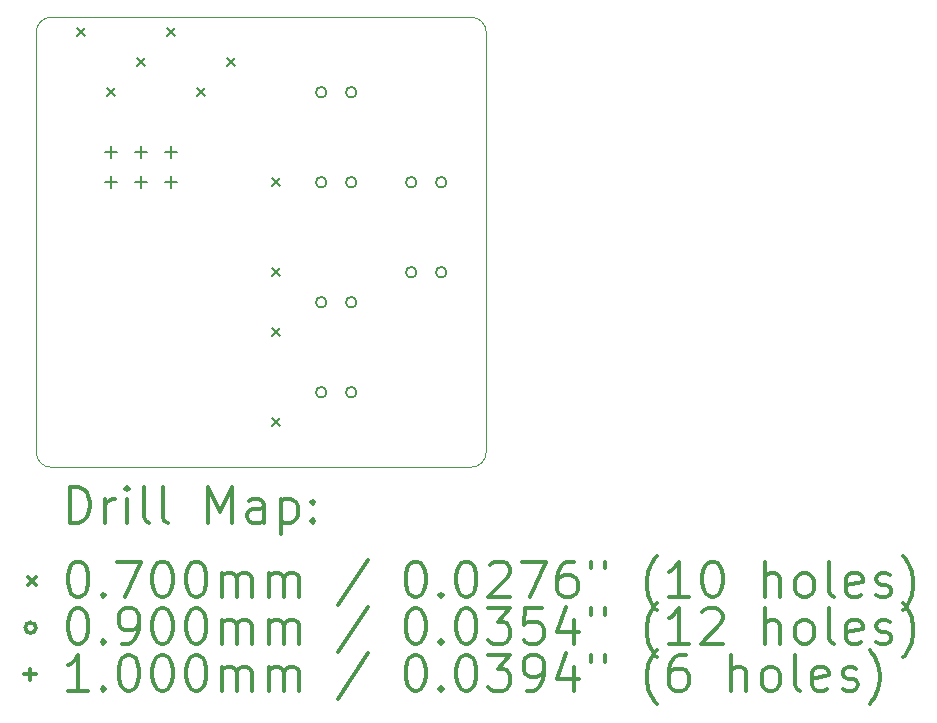
<source format=gbr>
%FSLAX45Y45*%
G04 Gerber Fmt 4.5, Leading zero omitted, Abs format (unit mm)*
G04 Created by KiCad (PCBNEW 5.1.10) date 2021-05-04 22:48:03*
%MOMM*%
%LPD*%
G01*
G04 APERTURE LIST*
%TA.AperFunction,Profile*%
%ADD10C,0.050000*%
%TD*%
%ADD11C,0.200000*%
%ADD12C,0.300000*%
G04 APERTURE END LIST*
D10*
X6350000Y-6223000D02*
G75*
G02*
X6223000Y-6350000I-127000J0D01*
G01*
X2667000Y-6350000D02*
G75*
G02*
X2540000Y-6223000I0J127000D01*
G01*
X2540000Y-2667000D02*
G75*
G02*
X2667000Y-2540000I127000J0D01*
G01*
X6350000Y-2667000D02*
X6350000Y-6223000D01*
X6223000Y-6350000D02*
X2667000Y-6350000D01*
X6223000Y-2540000D02*
G75*
G02*
X6350000Y-2667000I0J-127000D01*
G01*
X2540000Y-6223000D02*
X2540000Y-2667000D01*
X2667000Y-2540000D02*
X6223000Y-2540000D01*
D11*
X2886000Y-2632000D02*
X2956000Y-2702000D01*
X2956000Y-2632000D02*
X2886000Y-2702000D01*
X3140000Y-3140000D02*
X3210000Y-3210000D01*
X3210000Y-3140000D02*
X3140000Y-3210000D01*
X3394000Y-2886000D02*
X3464000Y-2956000D01*
X3464000Y-2886000D02*
X3394000Y-2956000D01*
X3648000Y-2632000D02*
X3718000Y-2702000D01*
X3718000Y-2632000D02*
X3648000Y-2702000D01*
X3902000Y-3140000D02*
X3972000Y-3210000D01*
X3972000Y-3140000D02*
X3902000Y-3210000D01*
X4156000Y-2886000D02*
X4226000Y-2956000D01*
X4226000Y-2886000D02*
X4156000Y-2956000D01*
X4537000Y-3902000D02*
X4607000Y-3972000D01*
X4607000Y-3902000D02*
X4537000Y-3972000D01*
X4537000Y-4664000D02*
X4607000Y-4734000D01*
X4607000Y-4664000D02*
X4537000Y-4734000D01*
X4537000Y-5172000D02*
X4607000Y-5242000D01*
X4607000Y-5172000D02*
X4537000Y-5242000D01*
X4537000Y-5934000D02*
X4607000Y-6004000D01*
X4607000Y-5934000D02*
X4537000Y-6004000D01*
X4998000Y-3175000D02*
G75*
G03*
X4998000Y-3175000I-45000J0D01*
G01*
X4998000Y-3937000D02*
G75*
G03*
X4998000Y-3937000I-45000J0D01*
G01*
X4998000Y-4953000D02*
G75*
G03*
X4998000Y-4953000I-45000J0D01*
G01*
X4998000Y-5715000D02*
G75*
G03*
X4998000Y-5715000I-45000J0D01*
G01*
X5252000Y-3175000D02*
G75*
G03*
X5252000Y-3175000I-45000J0D01*
G01*
X5252000Y-3937000D02*
G75*
G03*
X5252000Y-3937000I-45000J0D01*
G01*
X5252000Y-4953000D02*
G75*
G03*
X5252000Y-4953000I-45000J0D01*
G01*
X5252000Y-5715000D02*
G75*
G03*
X5252000Y-5715000I-45000J0D01*
G01*
X5760000Y-3937000D02*
G75*
G03*
X5760000Y-3937000I-45000J0D01*
G01*
X5760000Y-4699000D02*
G75*
G03*
X5760000Y-4699000I-45000J0D01*
G01*
X6014000Y-3937000D02*
G75*
G03*
X6014000Y-3937000I-45000J0D01*
G01*
X6014000Y-4699000D02*
G75*
G03*
X6014000Y-4699000I-45000J0D01*
G01*
X3175000Y-3633000D02*
X3175000Y-3733000D01*
X3125000Y-3683000D02*
X3225000Y-3683000D01*
X3175000Y-3887000D02*
X3175000Y-3987000D01*
X3125000Y-3937000D02*
X3225000Y-3937000D01*
X3429000Y-3633000D02*
X3429000Y-3733000D01*
X3379000Y-3683000D02*
X3479000Y-3683000D01*
X3429000Y-3887000D02*
X3429000Y-3987000D01*
X3379000Y-3937000D02*
X3479000Y-3937000D01*
X3683000Y-3633000D02*
X3683000Y-3733000D01*
X3633000Y-3683000D02*
X3733000Y-3683000D01*
X3683000Y-3887000D02*
X3683000Y-3987000D01*
X3633000Y-3937000D02*
X3733000Y-3937000D01*
D12*
X2823928Y-6818214D02*
X2823928Y-6518214D01*
X2895357Y-6518214D01*
X2938214Y-6532500D01*
X2966786Y-6561071D01*
X2981071Y-6589643D01*
X2995357Y-6646786D01*
X2995357Y-6689643D01*
X2981071Y-6746786D01*
X2966786Y-6775357D01*
X2938214Y-6803929D01*
X2895357Y-6818214D01*
X2823928Y-6818214D01*
X3123928Y-6818214D02*
X3123928Y-6618214D01*
X3123928Y-6675357D02*
X3138214Y-6646786D01*
X3152500Y-6632500D01*
X3181071Y-6618214D01*
X3209643Y-6618214D01*
X3309643Y-6818214D02*
X3309643Y-6618214D01*
X3309643Y-6518214D02*
X3295357Y-6532500D01*
X3309643Y-6546786D01*
X3323928Y-6532500D01*
X3309643Y-6518214D01*
X3309643Y-6546786D01*
X3495357Y-6818214D02*
X3466786Y-6803929D01*
X3452500Y-6775357D01*
X3452500Y-6518214D01*
X3652500Y-6818214D02*
X3623928Y-6803929D01*
X3609643Y-6775357D01*
X3609643Y-6518214D01*
X3995357Y-6818214D02*
X3995357Y-6518214D01*
X4095357Y-6732500D01*
X4195357Y-6518214D01*
X4195357Y-6818214D01*
X4466786Y-6818214D02*
X4466786Y-6661071D01*
X4452500Y-6632500D01*
X4423928Y-6618214D01*
X4366786Y-6618214D01*
X4338214Y-6632500D01*
X4466786Y-6803929D02*
X4438214Y-6818214D01*
X4366786Y-6818214D01*
X4338214Y-6803929D01*
X4323928Y-6775357D01*
X4323928Y-6746786D01*
X4338214Y-6718214D01*
X4366786Y-6703929D01*
X4438214Y-6703929D01*
X4466786Y-6689643D01*
X4609643Y-6618214D02*
X4609643Y-6918214D01*
X4609643Y-6632500D02*
X4638214Y-6618214D01*
X4695357Y-6618214D01*
X4723928Y-6632500D01*
X4738214Y-6646786D01*
X4752500Y-6675357D01*
X4752500Y-6761071D01*
X4738214Y-6789643D01*
X4723928Y-6803929D01*
X4695357Y-6818214D01*
X4638214Y-6818214D01*
X4609643Y-6803929D01*
X4881071Y-6789643D02*
X4895357Y-6803929D01*
X4881071Y-6818214D01*
X4866786Y-6803929D01*
X4881071Y-6789643D01*
X4881071Y-6818214D01*
X4881071Y-6632500D02*
X4895357Y-6646786D01*
X4881071Y-6661071D01*
X4866786Y-6646786D01*
X4881071Y-6632500D01*
X4881071Y-6661071D01*
X2467500Y-7277500D02*
X2537500Y-7347500D01*
X2537500Y-7277500D02*
X2467500Y-7347500D01*
X2881071Y-7148214D02*
X2909643Y-7148214D01*
X2938214Y-7162500D01*
X2952500Y-7176786D01*
X2966786Y-7205357D01*
X2981071Y-7262500D01*
X2981071Y-7333929D01*
X2966786Y-7391071D01*
X2952500Y-7419643D01*
X2938214Y-7433929D01*
X2909643Y-7448214D01*
X2881071Y-7448214D01*
X2852500Y-7433929D01*
X2838214Y-7419643D01*
X2823928Y-7391071D01*
X2809643Y-7333929D01*
X2809643Y-7262500D01*
X2823928Y-7205357D01*
X2838214Y-7176786D01*
X2852500Y-7162500D01*
X2881071Y-7148214D01*
X3109643Y-7419643D02*
X3123928Y-7433929D01*
X3109643Y-7448214D01*
X3095357Y-7433929D01*
X3109643Y-7419643D01*
X3109643Y-7448214D01*
X3223928Y-7148214D02*
X3423928Y-7148214D01*
X3295357Y-7448214D01*
X3595357Y-7148214D02*
X3623928Y-7148214D01*
X3652500Y-7162500D01*
X3666786Y-7176786D01*
X3681071Y-7205357D01*
X3695357Y-7262500D01*
X3695357Y-7333929D01*
X3681071Y-7391071D01*
X3666786Y-7419643D01*
X3652500Y-7433929D01*
X3623928Y-7448214D01*
X3595357Y-7448214D01*
X3566786Y-7433929D01*
X3552500Y-7419643D01*
X3538214Y-7391071D01*
X3523928Y-7333929D01*
X3523928Y-7262500D01*
X3538214Y-7205357D01*
X3552500Y-7176786D01*
X3566786Y-7162500D01*
X3595357Y-7148214D01*
X3881071Y-7148214D02*
X3909643Y-7148214D01*
X3938214Y-7162500D01*
X3952500Y-7176786D01*
X3966786Y-7205357D01*
X3981071Y-7262500D01*
X3981071Y-7333929D01*
X3966786Y-7391071D01*
X3952500Y-7419643D01*
X3938214Y-7433929D01*
X3909643Y-7448214D01*
X3881071Y-7448214D01*
X3852500Y-7433929D01*
X3838214Y-7419643D01*
X3823928Y-7391071D01*
X3809643Y-7333929D01*
X3809643Y-7262500D01*
X3823928Y-7205357D01*
X3838214Y-7176786D01*
X3852500Y-7162500D01*
X3881071Y-7148214D01*
X4109643Y-7448214D02*
X4109643Y-7248214D01*
X4109643Y-7276786D02*
X4123928Y-7262500D01*
X4152500Y-7248214D01*
X4195357Y-7248214D01*
X4223928Y-7262500D01*
X4238214Y-7291071D01*
X4238214Y-7448214D01*
X4238214Y-7291071D02*
X4252500Y-7262500D01*
X4281071Y-7248214D01*
X4323928Y-7248214D01*
X4352500Y-7262500D01*
X4366786Y-7291071D01*
X4366786Y-7448214D01*
X4509643Y-7448214D02*
X4509643Y-7248214D01*
X4509643Y-7276786D02*
X4523928Y-7262500D01*
X4552500Y-7248214D01*
X4595357Y-7248214D01*
X4623928Y-7262500D01*
X4638214Y-7291071D01*
X4638214Y-7448214D01*
X4638214Y-7291071D02*
X4652500Y-7262500D01*
X4681071Y-7248214D01*
X4723928Y-7248214D01*
X4752500Y-7262500D01*
X4766786Y-7291071D01*
X4766786Y-7448214D01*
X5352500Y-7133929D02*
X5095357Y-7519643D01*
X5738214Y-7148214D02*
X5766786Y-7148214D01*
X5795357Y-7162500D01*
X5809643Y-7176786D01*
X5823928Y-7205357D01*
X5838214Y-7262500D01*
X5838214Y-7333929D01*
X5823928Y-7391071D01*
X5809643Y-7419643D01*
X5795357Y-7433929D01*
X5766786Y-7448214D01*
X5738214Y-7448214D01*
X5709643Y-7433929D01*
X5695357Y-7419643D01*
X5681071Y-7391071D01*
X5666786Y-7333929D01*
X5666786Y-7262500D01*
X5681071Y-7205357D01*
X5695357Y-7176786D01*
X5709643Y-7162500D01*
X5738214Y-7148214D01*
X5966786Y-7419643D02*
X5981071Y-7433929D01*
X5966786Y-7448214D01*
X5952500Y-7433929D01*
X5966786Y-7419643D01*
X5966786Y-7448214D01*
X6166786Y-7148214D02*
X6195357Y-7148214D01*
X6223928Y-7162500D01*
X6238214Y-7176786D01*
X6252500Y-7205357D01*
X6266786Y-7262500D01*
X6266786Y-7333929D01*
X6252500Y-7391071D01*
X6238214Y-7419643D01*
X6223928Y-7433929D01*
X6195357Y-7448214D01*
X6166786Y-7448214D01*
X6138214Y-7433929D01*
X6123928Y-7419643D01*
X6109643Y-7391071D01*
X6095357Y-7333929D01*
X6095357Y-7262500D01*
X6109643Y-7205357D01*
X6123928Y-7176786D01*
X6138214Y-7162500D01*
X6166786Y-7148214D01*
X6381071Y-7176786D02*
X6395357Y-7162500D01*
X6423928Y-7148214D01*
X6495357Y-7148214D01*
X6523928Y-7162500D01*
X6538214Y-7176786D01*
X6552500Y-7205357D01*
X6552500Y-7233929D01*
X6538214Y-7276786D01*
X6366786Y-7448214D01*
X6552500Y-7448214D01*
X6652500Y-7148214D02*
X6852500Y-7148214D01*
X6723928Y-7448214D01*
X7095357Y-7148214D02*
X7038214Y-7148214D01*
X7009643Y-7162500D01*
X6995357Y-7176786D01*
X6966786Y-7219643D01*
X6952500Y-7276786D01*
X6952500Y-7391071D01*
X6966786Y-7419643D01*
X6981071Y-7433929D01*
X7009643Y-7448214D01*
X7066786Y-7448214D01*
X7095357Y-7433929D01*
X7109643Y-7419643D01*
X7123928Y-7391071D01*
X7123928Y-7319643D01*
X7109643Y-7291071D01*
X7095357Y-7276786D01*
X7066786Y-7262500D01*
X7009643Y-7262500D01*
X6981071Y-7276786D01*
X6966786Y-7291071D01*
X6952500Y-7319643D01*
X7238214Y-7148214D02*
X7238214Y-7205357D01*
X7352500Y-7148214D02*
X7352500Y-7205357D01*
X7795357Y-7562500D02*
X7781071Y-7548214D01*
X7752500Y-7505357D01*
X7738214Y-7476786D01*
X7723928Y-7433929D01*
X7709643Y-7362500D01*
X7709643Y-7305357D01*
X7723928Y-7233929D01*
X7738214Y-7191071D01*
X7752500Y-7162500D01*
X7781071Y-7119643D01*
X7795357Y-7105357D01*
X8066786Y-7448214D02*
X7895357Y-7448214D01*
X7981071Y-7448214D02*
X7981071Y-7148214D01*
X7952500Y-7191071D01*
X7923928Y-7219643D01*
X7895357Y-7233929D01*
X8252500Y-7148214D02*
X8281071Y-7148214D01*
X8309643Y-7162500D01*
X8323928Y-7176786D01*
X8338214Y-7205357D01*
X8352500Y-7262500D01*
X8352500Y-7333929D01*
X8338214Y-7391071D01*
X8323928Y-7419643D01*
X8309643Y-7433929D01*
X8281071Y-7448214D01*
X8252500Y-7448214D01*
X8223928Y-7433929D01*
X8209643Y-7419643D01*
X8195357Y-7391071D01*
X8181071Y-7333929D01*
X8181071Y-7262500D01*
X8195357Y-7205357D01*
X8209643Y-7176786D01*
X8223928Y-7162500D01*
X8252500Y-7148214D01*
X8709643Y-7448214D02*
X8709643Y-7148214D01*
X8838214Y-7448214D02*
X8838214Y-7291071D01*
X8823928Y-7262500D01*
X8795357Y-7248214D01*
X8752500Y-7248214D01*
X8723928Y-7262500D01*
X8709643Y-7276786D01*
X9023928Y-7448214D02*
X8995357Y-7433929D01*
X8981071Y-7419643D01*
X8966786Y-7391071D01*
X8966786Y-7305357D01*
X8981071Y-7276786D01*
X8995357Y-7262500D01*
X9023928Y-7248214D01*
X9066786Y-7248214D01*
X9095357Y-7262500D01*
X9109643Y-7276786D01*
X9123928Y-7305357D01*
X9123928Y-7391071D01*
X9109643Y-7419643D01*
X9095357Y-7433929D01*
X9066786Y-7448214D01*
X9023928Y-7448214D01*
X9295357Y-7448214D02*
X9266786Y-7433929D01*
X9252500Y-7405357D01*
X9252500Y-7148214D01*
X9523928Y-7433929D02*
X9495357Y-7448214D01*
X9438214Y-7448214D01*
X9409643Y-7433929D01*
X9395357Y-7405357D01*
X9395357Y-7291071D01*
X9409643Y-7262500D01*
X9438214Y-7248214D01*
X9495357Y-7248214D01*
X9523928Y-7262500D01*
X9538214Y-7291071D01*
X9538214Y-7319643D01*
X9395357Y-7348214D01*
X9652500Y-7433929D02*
X9681071Y-7448214D01*
X9738214Y-7448214D01*
X9766786Y-7433929D01*
X9781071Y-7405357D01*
X9781071Y-7391071D01*
X9766786Y-7362500D01*
X9738214Y-7348214D01*
X9695357Y-7348214D01*
X9666786Y-7333929D01*
X9652500Y-7305357D01*
X9652500Y-7291071D01*
X9666786Y-7262500D01*
X9695357Y-7248214D01*
X9738214Y-7248214D01*
X9766786Y-7262500D01*
X9881071Y-7562500D02*
X9895357Y-7548214D01*
X9923928Y-7505357D01*
X9938214Y-7476786D01*
X9952500Y-7433929D01*
X9966786Y-7362500D01*
X9966786Y-7305357D01*
X9952500Y-7233929D01*
X9938214Y-7191071D01*
X9923928Y-7162500D01*
X9895357Y-7119643D01*
X9881071Y-7105357D01*
X2537500Y-7708500D02*
G75*
G03*
X2537500Y-7708500I-45000J0D01*
G01*
X2881071Y-7544214D02*
X2909643Y-7544214D01*
X2938214Y-7558500D01*
X2952500Y-7572786D01*
X2966786Y-7601357D01*
X2981071Y-7658500D01*
X2981071Y-7729929D01*
X2966786Y-7787071D01*
X2952500Y-7815643D01*
X2938214Y-7829929D01*
X2909643Y-7844214D01*
X2881071Y-7844214D01*
X2852500Y-7829929D01*
X2838214Y-7815643D01*
X2823928Y-7787071D01*
X2809643Y-7729929D01*
X2809643Y-7658500D01*
X2823928Y-7601357D01*
X2838214Y-7572786D01*
X2852500Y-7558500D01*
X2881071Y-7544214D01*
X3109643Y-7815643D02*
X3123928Y-7829929D01*
X3109643Y-7844214D01*
X3095357Y-7829929D01*
X3109643Y-7815643D01*
X3109643Y-7844214D01*
X3266786Y-7844214D02*
X3323928Y-7844214D01*
X3352500Y-7829929D01*
X3366786Y-7815643D01*
X3395357Y-7772786D01*
X3409643Y-7715643D01*
X3409643Y-7601357D01*
X3395357Y-7572786D01*
X3381071Y-7558500D01*
X3352500Y-7544214D01*
X3295357Y-7544214D01*
X3266786Y-7558500D01*
X3252500Y-7572786D01*
X3238214Y-7601357D01*
X3238214Y-7672786D01*
X3252500Y-7701357D01*
X3266786Y-7715643D01*
X3295357Y-7729929D01*
X3352500Y-7729929D01*
X3381071Y-7715643D01*
X3395357Y-7701357D01*
X3409643Y-7672786D01*
X3595357Y-7544214D02*
X3623928Y-7544214D01*
X3652500Y-7558500D01*
X3666786Y-7572786D01*
X3681071Y-7601357D01*
X3695357Y-7658500D01*
X3695357Y-7729929D01*
X3681071Y-7787071D01*
X3666786Y-7815643D01*
X3652500Y-7829929D01*
X3623928Y-7844214D01*
X3595357Y-7844214D01*
X3566786Y-7829929D01*
X3552500Y-7815643D01*
X3538214Y-7787071D01*
X3523928Y-7729929D01*
X3523928Y-7658500D01*
X3538214Y-7601357D01*
X3552500Y-7572786D01*
X3566786Y-7558500D01*
X3595357Y-7544214D01*
X3881071Y-7544214D02*
X3909643Y-7544214D01*
X3938214Y-7558500D01*
X3952500Y-7572786D01*
X3966786Y-7601357D01*
X3981071Y-7658500D01*
X3981071Y-7729929D01*
X3966786Y-7787071D01*
X3952500Y-7815643D01*
X3938214Y-7829929D01*
X3909643Y-7844214D01*
X3881071Y-7844214D01*
X3852500Y-7829929D01*
X3838214Y-7815643D01*
X3823928Y-7787071D01*
X3809643Y-7729929D01*
X3809643Y-7658500D01*
X3823928Y-7601357D01*
X3838214Y-7572786D01*
X3852500Y-7558500D01*
X3881071Y-7544214D01*
X4109643Y-7844214D02*
X4109643Y-7644214D01*
X4109643Y-7672786D02*
X4123928Y-7658500D01*
X4152500Y-7644214D01*
X4195357Y-7644214D01*
X4223928Y-7658500D01*
X4238214Y-7687071D01*
X4238214Y-7844214D01*
X4238214Y-7687071D02*
X4252500Y-7658500D01*
X4281071Y-7644214D01*
X4323928Y-7644214D01*
X4352500Y-7658500D01*
X4366786Y-7687071D01*
X4366786Y-7844214D01*
X4509643Y-7844214D02*
X4509643Y-7644214D01*
X4509643Y-7672786D02*
X4523928Y-7658500D01*
X4552500Y-7644214D01*
X4595357Y-7644214D01*
X4623928Y-7658500D01*
X4638214Y-7687071D01*
X4638214Y-7844214D01*
X4638214Y-7687071D02*
X4652500Y-7658500D01*
X4681071Y-7644214D01*
X4723928Y-7644214D01*
X4752500Y-7658500D01*
X4766786Y-7687071D01*
X4766786Y-7844214D01*
X5352500Y-7529929D02*
X5095357Y-7915643D01*
X5738214Y-7544214D02*
X5766786Y-7544214D01*
X5795357Y-7558500D01*
X5809643Y-7572786D01*
X5823928Y-7601357D01*
X5838214Y-7658500D01*
X5838214Y-7729929D01*
X5823928Y-7787071D01*
X5809643Y-7815643D01*
X5795357Y-7829929D01*
X5766786Y-7844214D01*
X5738214Y-7844214D01*
X5709643Y-7829929D01*
X5695357Y-7815643D01*
X5681071Y-7787071D01*
X5666786Y-7729929D01*
X5666786Y-7658500D01*
X5681071Y-7601357D01*
X5695357Y-7572786D01*
X5709643Y-7558500D01*
X5738214Y-7544214D01*
X5966786Y-7815643D02*
X5981071Y-7829929D01*
X5966786Y-7844214D01*
X5952500Y-7829929D01*
X5966786Y-7815643D01*
X5966786Y-7844214D01*
X6166786Y-7544214D02*
X6195357Y-7544214D01*
X6223928Y-7558500D01*
X6238214Y-7572786D01*
X6252500Y-7601357D01*
X6266786Y-7658500D01*
X6266786Y-7729929D01*
X6252500Y-7787071D01*
X6238214Y-7815643D01*
X6223928Y-7829929D01*
X6195357Y-7844214D01*
X6166786Y-7844214D01*
X6138214Y-7829929D01*
X6123928Y-7815643D01*
X6109643Y-7787071D01*
X6095357Y-7729929D01*
X6095357Y-7658500D01*
X6109643Y-7601357D01*
X6123928Y-7572786D01*
X6138214Y-7558500D01*
X6166786Y-7544214D01*
X6366786Y-7544214D02*
X6552500Y-7544214D01*
X6452500Y-7658500D01*
X6495357Y-7658500D01*
X6523928Y-7672786D01*
X6538214Y-7687071D01*
X6552500Y-7715643D01*
X6552500Y-7787071D01*
X6538214Y-7815643D01*
X6523928Y-7829929D01*
X6495357Y-7844214D01*
X6409643Y-7844214D01*
X6381071Y-7829929D01*
X6366786Y-7815643D01*
X6823928Y-7544214D02*
X6681071Y-7544214D01*
X6666786Y-7687071D01*
X6681071Y-7672786D01*
X6709643Y-7658500D01*
X6781071Y-7658500D01*
X6809643Y-7672786D01*
X6823928Y-7687071D01*
X6838214Y-7715643D01*
X6838214Y-7787071D01*
X6823928Y-7815643D01*
X6809643Y-7829929D01*
X6781071Y-7844214D01*
X6709643Y-7844214D01*
X6681071Y-7829929D01*
X6666786Y-7815643D01*
X7095357Y-7644214D02*
X7095357Y-7844214D01*
X7023928Y-7529929D02*
X6952500Y-7744214D01*
X7138214Y-7744214D01*
X7238214Y-7544214D02*
X7238214Y-7601357D01*
X7352500Y-7544214D02*
X7352500Y-7601357D01*
X7795357Y-7958500D02*
X7781071Y-7944214D01*
X7752500Y-7901357D01*
X7738214Y-7872786D01*
X7723928Y-7829929D01*
X7709643Y-7758500D01*
X7709643Y-7701357D01*
X7723928Y-7629929D01*
X7738214Y-7587071D01*
X7752500Y-7558500D01*
X7781071Y-7515643D01*
X7795357Y-7501357D01*
X8066786Y-7844214D02*
X7895357Y-7844214D01*
X7981071Y-7844214D02*
X7981071Y-7544214D01*
X7952500Y-7587071D01*
X7923928Y-7615643D01*
X7895357Y-7629929D01*
X8181071Y-7572786D02*
X8195357Y-7558500D01*
X8223928Y-7544214D01*
X8295357Y-7544214D01*
X8323928Y-7558500D01*
X8338214Y-7572786D01*
X8352500Y-7601357D01*
X8352500Y-7629929D01*
X8338214Y-7672786D01*
X8166786Y-7844214D01*
X8352500Y-7844214D01*
X8709643Y-7844214D02*
X8709643Y-7544214D01*
X8838214Y-7844214D02*
X8838214Y-7687071D01*
X8823928Y-7658500D01*
X8795357Y-7644214D01*
X8752500Y-7644214D01*
X8723928Y-7658500D01*
X8709643Y-7672786D01*
X9023928Y-7844214D02*
X8995357Y-7829929D01*
X8981071Y-7815643D01*
X8966786Y-7787071D01*
X8966786Y-7701357D01*
X8981071Y-7672786D01*
X8995357Y-7658500D01*
X9023928Y-7644214D01*
X9066786Y-7644214D01*
X9095357Y-7658500D01*
X9109643Y-7672786D01*
X9123928Y-7701357D01*
X9123928Y-7787071D01*
X9109643Y-7815643D01*
X9095357Y-7829929D01*
X9066786Y-7844214D01*
X9023928Y-7844214D01*
X9295357Y-7844214D02*
X9266786Y-7829929D01*
X9252500Y-7801357D01*
X9252500Y-7544214D01*
X9523928Y-7829929D02*
X9495357Y-7844214D01*
X9438214Y-7844214D01*
X9409643Y-7829929D01*
X9395357Y-7801357D01*
X9395357Y-7687071D01*
X9409643Y-7658500D01*
X9438214Y-7644214D01*
X9495357Y-7644214D01*
X9523928Y-7658500D01*
X9538214Y-7687071D01*
X9538214Y-7715643D01*
X9395357Y-7744214D01*
X9652500Y-7829929D02*
X9681071Y-7844214D01*
X9738214Y-7844214D01*
X9766786Y-7829929D01*
X9781071Y-7801357D01*
X9781071Y-7787071D01*
X9766786Y-7758500D01*
X9738214Y-7744214D01*
X9695357Y-7744214D01*
X9666786Y-7729929D01*
X9652500Y-7701357D01*
X9652500Y-7687071D01*
X9666786Y-7658500D01*
X9695357Y-7644214D01*
X9738214Y-7644214D01*
X9766786Y-7658500D01*
X9881071Y-7958500D02*
X9895357Y-7944214D01*
X9923928Y-7901357D01*
X9938214Y-7872786D01*
X9952500Y-7829929D01*
X9966786Y-7758500D01*
X9966786Y-7701357D01*
X9952500Y-7629929D01*
X9938214Y-7587071D01*
X9923928Y-7558500D01*
X9895357Y-7515643D01*
X9881071Y-7501357D01*
X2487500Y-8054500D02*
X2487500Y-8154500D01*
X2437500Y-8104500D02*
X2537500Y-8104500D01*
X2981071Y-8240214D02*
X2809643Y-8240214D01*
X2895357Y-8240214D02*
X2895357Y-7940214D01*
X2866786Y-7983071D01*
X2838214Y-8011643D01*
X2809643Y-8025929D01*
X3109643Y-8211643D02*
X3123928Y-8225929D01*
X3109643Y-8240214D01*
X3095357Y-8225929D01*
X3109643Y-8211643D01*
X3109643Y-8240214D01*
X3309643Y-7940214D02*
X3338214Y-7940214D01*
X3366786Y-7954500D01*
X3381071Y-7968786D01*
X3395357Y-7997357D01*
X3409643Y-8054500D01*
X3409643Y-8125929D01*
X3395357Y-8183071D01*
X3381071Y-8211643D01*
X3366786Y-8225929D01*
X3338214Y-8240214D01*
X3309643Y-8240214D01*
X3281071Y-8225929D01*
X3266786Y-8211643D01*
X3252500Y-8183071D01*
X3238214Y-8125929D01*
X3238214Y-8054500D01*
X3252500Y-7997357D01*
X3266786Y-7968786D01*
X3281071Y-7954500D01*
X3309643Y-7940214D01*
X3595357Y-7940214D02*
X3623928Y-7940214D01*
X3652500Y-7954500D01*
X3666786Y-7968786D01*
X3681071Y-7997357D01*
X3695357Y-8054500D01*
X3695357Y-8125929D01*
X3681071Y-8183071D01*
X3666786Y-8211643D01*
X3652500Y-8225929D01*
X3623928Y-8240214D01*
X3595357Y-8240214D01*
X3566786Y-8225929D01*
X3552500Y-8211643D01*
X3538214Y-8183071D01*
X3523928Y-8125929D01*
X3523928Y-8054500D01*
X3538214Y-7997357D01*
X3552500Y-7968786D01*
X3566786Y-7954500D01*
X3595357Y-7940214D01*
X3881071Y-7940214D02*
X3909643Y-7940214D01*
X3938214Y-7954500D01*
X3952500Y-7968786D01*
X3966786Y-7997357D01*
X3981071Y-8054500D01*
X3981071Y-8125929D01*
X3966786Y-8183071D01*
X3952500Y-8211643D01*
X3938214Y-8225929D01*
X3909643Y-8240214D01*
X3881071Y-8240214D01*
X3852500Y-8225929D01*
X3838214Y-8211643D01*
X3823928Y-8183071D01*
X3809643Y-8125929D01*
X3809643Y-8054500D01*
X3823928Y-7997357D01*
X3838214Y-7968786D01*
X3852500Y-7954500D01*
X3881071Y-7940214D01*
X4109643Y-8240214D02*
X4109643Y-8040214D01*
X4109643Y-8068786D02*
X4123928Y-8054500D01*
X4152500Y-8040214D01*
X4195357Y-8040214D01*
X4223928Y-8054500D01*
X4238214Y-8083071D01*
X4238214Y-8240214D01*
X4238214Y-8083071D02*
X4252500Y-8054500D01*
X4281071Y-8040214D01*
X4323928Y-8040214D01*
X4352500Y-8054500D01*
X4366786Y-8083071D01*
X4366786Y-8240214D01*
X4509643Y-8240214D02*
X4509643Y-8040214D01*
X4509643Y-8068786D02*
X4523928Y-8054500D01*
X4552500Y-8040214D01*
X4595357Y-8040214D01*
X4623928Y-8054500D01*
X4638214Y-8083071D01*
X4638214Y-8240214D01*
X4638214Y-8083071D02*
X4652500Y-8054500D01*
X4681071Y-8040214D01*
X4723928Y-8040214D01*
X4752500Y-8054500D01*
X4766786Y-8083071D01*
X4766786Y-8240214D01*
X5352500Y-7925929D02*
X5095357Y-8311643D01*
X5738214Y-7940214D02*
X5766786Y-7940214D01*
X5795357Y-7954500D01*
X5809643Y-7968786D01*
X5823928Y-7997357D01*
X5838214Y-8054500D01*
X5838214Y-8125929D01*
X5823928Y-8183071D01*
X5809643Y-8211643D01*
X5795357Y-8225929D01*
X5766786Y-8240214D01*
X5738214Y-8240214D01*
X5709643Y-8225929D01*
X5695357Y-8211643D01*
X5681071Y-8183071D01*
X5666786Y-8125929D01*
X5666786Y-8054500D01*
X5681071Y-7997357D01*
X5695357Y-7968786D01*
X5709643Y-7954500D01*
X5738214Y-7940214D01*
X5966786Y-8211643D02*
X5981071Y-8225929D01*
X5966786Y-8240214D01*
X5952500Y-8225929D01*
X5966786Y-8211643D01*
X5966786Y-8240214D01*
X6166786Y-7940214D02*
X6195357Y-7940214D01*
X6223928Y-7954500D01*
X6238214Y-7968786D01*
X6252500Y-7997357D01*
X6266786Y-8054500D01*
X6266786Y-8125929D01*
X6252500Y-8183071D01*
X6238214Y-8211643D01*
X6223928Y-8225929D01*
X6195357Y-8240214D01*
X6166786Y-8240214D01*
X6138214Y-8225929D01*
X6123928Y-8211643D01*
X6109643Y-8183071D01*
X6095357Y-8125929D01*
X6095357Y-8054500D01*
X6109643Y-7997357D01*
X6123928Y-7968786D01*
X6138214Y-7954500D01*
X6166786Y-7940214D01*
X6366786Y-7940214D02*
X6552500Y-7940214D01*
X6452500Y-8054500D01*
X6495357Y-8054500D01*
X6523928Y-8068786D01*
X6538214Y-8083071D01*
X6552500Y-8111643D01*
X6552500Y-8183071D01*
X6538214Y-8211643D01*
X6523928Y-8225929D01*
X6495357Y-8240214D01*
X6409643Y-8240214D01*
X6381071Y-8225929D01*
X6366786Y-8211643D01*
X6695357Y-8240214D02*
X6752500Y-8240214D01*
X6781071Y-8225929D01*
X6795357Y-8211643D01*
X6823928Y-8168786D01*
X6838214Y-8111643D01*
X6838214Y-7997357D01*
X6823928Y-7968786D01*
X6809643Y-7954500D01*
X6781071Y-7940214D01*
X6723928Y-7940214D01*
X6695357Y-7954500D01*
X6681071Y-7968786D01*
X6666786Y-7997357D01*
X6666786Y-8068786D01*
X6681071Y-8097357D01*
X6695357Y-8111643D01*
X6723928Y-8125929D01*
X6781071Y-8125929D01*
X6809643Y-8111643D01*
X6823928Y-8097357D01*
X6838214Y-8068786D01*
X7095357Y-8040214D02*
X7095357Y-8240214D01*
X7023928Y-7925929D02*
X6952500Y-8140214D01*
X7138214Y-8140214D01*
X7238214Y-7940214D02*
X7238214Y-7997357D01*
X7352500Y-7940214D02*
X7352500Y-7997357D01*
X7795357Y-8354500D02*
X7781071Y-8340214D01*
X7752500Y-8297357D01*
X7738214Y-8268786D01*
X7723928Y-8225929D01*
X7709643Y-8154500D01*
X7709643Y-8097357D01*
X7723928Y-8025929D01*
X7738214Y-7983071D01*
X7752500Y-7954500D01*
X7781071Y-7911643D01*
X7795357Y-7897357D01*
X8038214Y-7940214D02*
X7981071Y-7940214D01*
X7952500Y-7954500D01*
X7938214Y-7968786D01*
X7909643Y-8011643D01*
X7895357Y-8068786D01*
X7895357Y-8183071D01*
X7909643Y-8211643D01*
X7923928Y-8225929D01*
X7952500Y-8240214D01*
X8009643Y-8240214D01*
X8038214Y-8225929D01*
X8052500Y-8211643D01*
X8066786Y-8183071D01*
X8066786Y-8111643D01*
X8052500Y-8083071D01*
X8038214Y-8068786D01*
X8009643Y-8054500D01*
X7952500Y-8054500D01*
X7923928Y-8068786D01*
X7909643Y-8083071D01*
X7895357Y-8111643D01*
X8423928Y-8240214D02*
X8423928Y-7940214D01*
X8552500Y-8240214D02*
X8552500Y-8083071D01*
X8538214Y-8054500D01*
X8509643Y-8040214D01*
X8466786Y-8040214D01*
X8438214Y-8054500D01*
X8423928Y-8068786D01*
X8738214Y-8240214D02*
X8709643Y-8225929D01*
X8695357Y-8211643D01*
X8681071Y-8183071D01*
X8681071Y-8097357D01*
X8695357Y-8068786D01*
X8709643Y-8054500D01*
X8738214Y-8040214D01*
X8781071Y-8040214D01*
X8809643Y-8054500D01*
X8823928Y-8068786D01*
X8838214Y-8097357D01*
X8838214Y-8183071D01*
X8823928Y-8211643D01*
X8809643Y-8225929D01*
X8781071Y-8240214D01*
X8738214Y-8240214D01*
X9009643Y-8240214D02*
X8981071Y-8225929D01*
X8966786Y-8197357D01*
X8966786Y-7940214D01*
X9238214Y-8225929D02*
X9209643Y-8240214D01*
X9152500Y-8240214D01*
X9123928Y-8225929D01*
X9109643Y-8197357D01*
X9109643Y-8083071D01*
X9123928Y-8054500D01*
X9152500Y-8040214D01*
X9209643Y-8040214D01*
X9238214Y-8054500D01*
X9252500Y-8083071D01*
X9252500Y-8111643D01*
X9109643Y-8140214D01*
X9366786Y-8225929D02*
X9395357Y-8240214D01*
X9452500Y-8240214D01*
X9481071Y-8225929D01*
X9495357Y-8197357D01*
X9495357Y-8183071D01*
X9481071Y-8154500D01*
X9452500Y-8140214D01*
X9409643Y-8140214D01*
X9381071Y-8125929D01*
X9366786Y-8097357D01*
X9366786Y-8083071D01*
X9381071Y-8054500D01*
X9409643Y-8040214D01*
X9452500Y-8040214D01*
X9481071Y-8054500D01*
X9595357Y-8354500D02*
X9609643Y-8340214D01*
X9638214Y-8297357D01*
X9652500Y-8268786D01*
X9666786Y-8225929D01*
X9681071Y-8154500D01*
X9681071Y-8097357D01*
X9666786Y-8025929D01*
X9652500Y-7983071D01*
X9638214Y-7954500D01*
X9609643Y-7911643D01*
X9595357Y-7897357D01*
M02*

</source>
